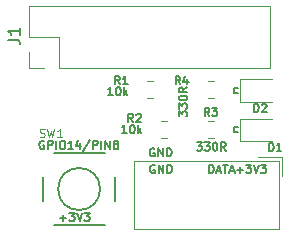
<source format=gto>
G04 #@! TF.GenerationSoftware,KiCad,Pcbnew,(5.1.4)-1*
G04 #@! TF.CreationDate,2019-09-19T01:50:37+03:00*
G04 #@! TF.ProjectId,Project_2_RPI_HAT,50726f6a-6563-4745-9f32-5f5250495f48,v1*
G04 #@! TF.SameCoordinates,Original*
G04 #@! TF.FileFunction,Legend,Top*
G04 #@! TF.FilePolarity,Positive*
%FSLAX46Y46*%
G04 Gerber Fmt 4.6, Leading zero omitted, Abs format (unit mm)*
G04 Created by KiCad (PCBNEW (5.1.4)-1) date 2019-09-19 01:50:37*
%MOMM*%
%LPD*%
G04 APERTURE LIST*
%ADD10C,0.150000*%
%ADD11C,0.120000*%
%ADD12C,0.203200*%
%ADD13C,0.100000*%
G04 APERTURE END LIST*
D10*
X45945000Y-73945000D02*
X45878333Y-73911666D01*
X45778333Y-73911666D01*
X45678333Y-73945000D01*
X45611666Y-74011666D01*
X45578333Y-74078333D01*
X45545000Y-74211666D01*
X45545000Y-74311666D01*
X45578333Y-74445000D01*
X45611666Y-74511666D01*
X45678333Y-74578333D01*
X45778333Y-74611666D01*
X45845000Y-74611666D01*
X45945000Y-74578333D01*
X45978333Y-74545000D01*
X45978333Y-74311666D01*
X45845000Y-74311666D01*
X46278333Y-74611666D02*
X46278333Y-73911666D01*
X46545000Y-73911666D01*
X46611666Y-73945000D01*
X46645000Y-73978333D01*
X46678333Y-74045000D01*
X46678333Y-74145000D01*
X46645000Y-74211666D01*
X46611666Y-74245000D01*
X46545000Y-74278333D01*
X46278333Y-74278333D01*
X46978333Y-74611666D02*
X46978333Y-73911666D01*
X47445000Y-73911666D02*
X47578333Y-73911666D01*
X47645000Y-73945000D01*
X47711666Y-74011666D01*
X47745000Y-74145000D01*
X47745000Y-74378333D01*
X47711666Y-74511666D01*
X47645000Y-74578333D01*
X47578333Y-74611666D01*
X47445000Y-74611666D01*
X47378333Y-74578333D01*
X47311666Y-74511666D01*
X47278333Y-74378333D01*
X47278333Y-74145000D01*
X47311666Y-74011666D01*
X47378333Y-73945000D01*
X47445000Y-73911666D01*
X48411666Y-74611666D02*
X48011666Y-74611666D01*
X48211666Y-74611666D02*
X48211666Y-73911666D01*
X48145000Y-74011666D01*
X48078333Y-74078333D01*
X48011666Y-74111666D01*
X49011666Y-74145000D02*
X49011666Y-74611666D01*
X48845000Y-73878333D02*
X48678333Y-74378333D01*
X49111666Y-74378333D01*
X49878333Y-73878333D02*
X49278333Y-74778333D01*
X50111666Y-74611666D02*
X50111666Y-73911666D01*
X50378333Y-73911666D01*
X50445000Y-73945000D01*
X50478333Y-73978333D01*
X50511666Y-74045000D01*
X50511666Y-74145000D01*
X50478333Y-74211666D01*
X50445000Y-74245000D01*
X50378333Y-74278333D01*
X50111666Y-74278333D01*
X50811666Y-74611666D02*
X50811666Y-73911666D01*
X51145000Y-74611666D02*
X51145000Y-73911666D01*
X51545000Y-74611666D01*
X51545000Y-73911666D01*
X51978333Y-74211666D02*
X51911666Y-74178333D01*
X51878333Y-74145000D01*
X51845000Y-74078333D01*
X51845000Y-74045000D01*
X51878333Y-73978333D01*
X51911666Y-73945000D01*
X51978333Y-73911666D01*
X52111666Y-73911666D01*
X52178333Y-73945000D01*
X52211666Y-73978333D01*
X52245000Y-74045000D01*
X52245000Y-74078333D01*
X52211666Y-74145000D01*
X52178333Y-74178333D01*
X52111666Y-74211666D01*
X51978333Y-74211666D01*
X51911666Y-74245000D01*
X51878333Y-74278333D01*
X51845000Y-74345000D01*
X51845000Y-74478333D01*
X51878333Y-74545000D01*
X51911666Y-74578333D01*
X51978333Y-74611666D01*
X52111666Y-74611666D01*
X52178333Y-74578333D01*
X52211666Y-74545000D01*
X52245000Y-74478333D01*
X52245000Y-74345000D01*
X52211666Y-74278333D01*
X52178333Y-74245000D01*
X52111666Y-74211666D01*
X47306066Y-80441000D02*
X47839400Y-80441000D01*
X47572733Y-80707666D02*
X47572733Y-80174333D01*
X48106066Y-80007666D02*
X48539400Y-80007666D01*
X48306066Y-80274333D01*
X48406066Y-80274333D01*
X48472733Y-80307666D01*
X48506066Y-80341000D01*
X48539400Y-80407666D01*
X48539400Y-80574333D01*
X48506066Y-80641000D01*
X48472733Y-80674333D01*
X48406066Y-80707666D01*
X48206066Y-80707666D01*
X48139400Y-80674333D01*
X48106066Y-80641000D01*
X48739400Y-80007666D02*
X48972733Y-80707666D01*
X49206066Y-80007666D01*
X49372733Y-80007666D02*
X49806066Y-80007666D01*
X49572733Y-80274333D01*
X49672733Y-80274333D01*
X49739400Y-80307666D01*
X49772733Y-80341000D01*
X49806066Y-80407666D01*
X49806066Y-80574333D01*
X49772733Y-80641000D01*
X49739400Y-80674333D01*
X49672733Y-80707666D01*
X49472733Y-80707666D01*
X49406066Y-80674333D01*
X49372733Y-80641000D01*
X62266666Y-76402400D02*
X62800000Y-76402400D01*
X62533333Y-76669066D02*
X62533333Y-76135733D01*
X63066666Y-75969066D02*
X63500000Y-75969066D01*
X63266666Y-76235733D01*
X63366666Y-76235733D01*
X63433333Y-76269066D01*
X63466666Y-76302400D01*
X63500000Y-76369066D01*
X63500000Y-76535733D01*
X63466666Y-76602400D01*
X63433333Y-76635733D01*
X63366666Y-76669066D01*
X63166666Y-76669066D01*
X63100000Y-76635733D01*
X63066666Y-76602400D01*
X63700000Y-75969066D02*
X63933333Y-76669066D01*
X64166666Y-75969066D01*
X64333333Y-75969066D02*
X64766666Y-75969066D01*
X64533333Y-76235733D01*
X64633333Y-76235733D01*
X64700000Y-76269066D01*
X64733333Y-76302400D01*
X64766666Y-76369066D01*
X64766666Y-76535733D01*
X64733333Y-76602400D01*
X64700000Y-76635733D01*
X64633333Y-76669066D01*
X64433333Y-76669066D01*
X64366666Y-76635733D01*
X64333333Y-76602400D01*
X59910000Y-76669066D02*
X59910000Y-75969066D01*
X60076666Y-75969066D01*
X60176666Y-76002400D01*
X60243333Y-76069066D01*
X60276666Y-76135733D01*
X60310000Y-76269066D01*
X60310000Y-76369066D01*
X60276666Y-76502400D01*
X60243333Y-76569066D01*
X60176666Y-76635733D01*
X60076666Y-76669066D01*
X59910000Y-76669066D01*
X60576666Y-76469066D02*
X60910000Y-76469066D01*
X60510000Y-76669066D02*
X60743333Y-75969066D01*
X60976666Y-76669066D01*
X61110000Y-75969066D02*
X61510000Y-75969066D01*
X61310000Y-76669066D02*
X61310000Y-75969066D01*
X61710000Y-76469066D02*
X62043333Y-76469066D01*
X61643333Y-76669066D02*
X61876666Y-75969066D01*
X62110000Y-76669066D01*
X55321266Y-76002400D02*
X55254600Y-75969066D01*
X55154600Y-75969066D01*
X55054600Y-76002400D01*
X54987933Y-76069066D01*
X54954600Y-76135733D01*
X54921266Y-76269066D01*
X54921266Y-76369066D01*
X54954600Y-76502400D01*
X54987933Y-76569066D01*
X55054600Y-76635733D01*
X55154600Y-76669066D01*
X55221266Y-76669066D01*
X55321266Y-76635733D01*
X55354600Y-76602400D01*
X55354600Y-76369066D01*
X55221266Y-76369066D01*
X55654600Y-76669066D02*
X55654600Y-75969066D01*
X56054600Y-76669066D01*
X56054600Y-75969066D01*
X56387933Y-76669066D02*
X56387933Y-75969066D01*
X56554600Y-75969066D01*
X56654600Y-76002400D01*
X56721266Y-76069066D01*
X56754600Y-76135733D01*
X56787933Y-76269066D01*
X56787933Y-76369066D01*
X56754600Y-76502400D01*
X56721266Y-76569066D01*
X56654600Y-76635733D01*
X56554600Y-76669066D01*
X56387933Y-76669066D01*
X55295866Y-74580000D02*
X55229200Y-74546666D01*
X55129200Y-74546666D01*
X55029200Y-74580000D01*
X54962533Y-74646666D01*
X54929200Y-74713333D01*
X54895866Y-74846666D01*
X54895866Y-74946666D01*
X54929200Y-75080000D01*
X54962533Y-75146666D01*
X55029200Y-75213333D01*
X55129200Y-75246666D01*
X55195866Y-75246666D01*
X55295866Y-75213333D01*
X55329200Y-75180000D01*
X55329200Y-74946666D01*
X55195866Y-74946666D01*
X55629200Y-75246666D02*
X55629200Y-74546666D01*
X56029200Y-75246666D01*
X56029200Y-74546666D01*
X56362533Y-75246666D02*
X56362533Y-74546666D01*
X56529200Y-74546666D01*
X56629200Y-74580000D01*
X56695866Y-74646666D01*
X56729200Y-74713333D01*
X56762533Y-74846666D01*
X56762533Y-74946666D01*
X56729200Y-75080000D01*
X56695866Y-75146666D01*
X56629200Y-75213333D01*
X56529200Y-75246666D01*
X56362533Y-75246666D01*
X62345866Y-73181333D02*
X62279200Y-73214666D01*
X62145866Y-73214666D01*
X62079200Y-73181333D01*
X62045866Y-73148000D01*
X62012533Y-73081333D01*
X62012533Y-72881333D01*
X62045866Y-72814666D01*
X62079200Y-72781333D01*
X62145866Y-72748000D01*
X62279200Y-72748000D01*
X62345866Y-72781333D01*
X62345866Y-69853933D02*
X62279200Y-69887266D01*
X62145866Y-69887266D01*
X62079200Y-69853933D01*
X62045866Y-69820600D01*
X62012533Y-69753933D01*
X62012533Y-69553933D01*
X62045866Y-69487266D01*
X62079200Y-69453933D01*
X62145866Y-69420600D01*
X62279200Y-69420600D01*
X62345866Y-69453933D01*
D11*
X44644000Y-67751000D02*
X44644000Y-66421000D01*
X45974000Y-67751000D02*
X44644000Y-67751000D01*
X44644000Y-65151000D02*
X44644000Y-62551000D01*
X47244000Y-65151000D02*
X44644000Y-65151000D01*
X47244000Y-67751000D02*
X47244000Y-65151000D01*
X44644000Y-62551000D02*
X65084000Y-62551000D01*
X47244000Y-67751000D02*
X65084000Y-67751000D01*
X65084000Y-67751000D02*
X65084000Y-62551000D01*
X65236600Y-72039600D02*
X62551600Y-72039600D01*
X62551600Y-72039600D02*
X62551600Y-73959600D01*
X62551600Y-73959600D02*
X65236600Y-73959600D01*
X62551600Y-70606800D02*
X65236600Y-70606800D01*
X62551600Y-68686800D02*
X62551600Y-70606800D01*
X65236600Y-68686800D02*
X62551600Y-68686800D01*
X54681622Y-70311800D02*
X55198778Y-70311800D01*
X54681622Y-68891800D02*
X55198778Y-68891800D01*
X56341778Y-72244600D02*
X55824622Y-72244600D01*
X56341778Y-73664600D02*
X55824622Y-73664600D01*
X59863222Y-73664600D02*
X60380378Y-73664600D01*
X59863222Y-72244600D02*
X60380378Y-72244600D01*
X59863222Y-68891800D02*
X60380378Y-68891800D01*
X59863222Y-70311800D02*
X60380378Y-70311800D01*
D12*
X46761400Y-81051400D02*
X51079400Y-81051400D01*
X51079400Y-74955400D02*
X46761400Y-74955400D01*
X45872400Y-78999080D02*
X45872400Y-76987400D01*
X51968400Y-79029560D02*
X51968400Y-76987400D01*
X50698400Y-78003400D02*
G75*
G03X50698400Y-78003400I-1778000J0D01*
G01*
D11*
X65820000Y-75616000D02*
X65820000Y-81356000D01*
X65820000Y-81366000D02*
X53560000Y-81366000D01*
X53560000Y-81366000D02*
X53560000Y-75606000D01*
X53560000Y-75606000D02*
X65810000Y-75606000D01*
X66100000Y-75326000D02*
X64100000Y-75326000D01*
X66100000Y-75326000D02*
X66100000Y-76936000D01*
D10*
X42886380Y-65357333D02*
X43600666Y-65357333D01*
X43743523Y-65404952D01*
X43838761Y-65500190D01*
X43886380Y-65643047D01*
X43886380Y-65738285D01*
X43886380Y-64357333D02*
X43886380Y-64928761D01*
X43886380Y-64643047D02*
X42886380Y-64643047D01*
X43029238Y-64738285D01*
X43124476Y-64833523D01*
X43172095Y-64928761D01*
X64989933Y-74814866D02*
X64989933Y-74114866D01*
X65156600Y-74114866D01*
X65256600Y-74148200D01*
X65323266Y-74214866D01*
X65356600Y-74281533D01*
X65389933Y-74414866D01*
X65389933Y-74514866D01*
X65356600Y-74648200D01*
X65323266Y-74714866D01*
X65256600Y-74781533D01*
X65156600Y-74814866D01*
X64989933Y-74814866D01*
X66056600Y-74814866D02*
X65656600Y-74814866D01*
X65856600Y-74814866D02*
X65856600Y-74114866D01*
X65789933Y-74214866D01*
X65723266Y-74281533D01*
X65656600Y-74314866D01*
X63745333Y-71487466D02*
X63745333Y-70787466D01*
X63912000Y-70787466D01*
X64012000Y-70820800D01*
X64078666Y-70887466D01*
X64112000Y-70954133D01*
X64145333Y-71087466D01*
X64145333Y-71187466D01*
X64112000Y-71320800D01*
X64078666Y-71387466D01*
X64012000Y-71454133D01*
X63912000Y-71487466D01*
X63745333Y-71487466D01*
X64412000Y-70854133D02*
X64445333Y-70820800D01*
X64512000Y-70787466D01*
X64678666Y-70787466D01*
X64745333Y-70820800D01*
X64778666Y-70854133D01*
X64812000Y-70920800D01*
X64812000Y-70987466D01*
X64778666Y-71087466D01*
X64378666Y-71487466D01*
X64812000Y-71487466D01*
X52359733Y-69150666D02*
X52126400Y-68817333D01*
X51959733Y-69150666D02*
X51959733Y-68450666D01*
X52226400Y-68450666D01*
X52293066Y-68484000D01*
X52326400Y-68517333D01*
X52359733Y-68584000D01*
X52359733Y-68684000D01*
X52326400Y-68750666D01*
X52293066Y-68784000D01*
X52226400Y-68817333D01*
X51959733Y-68817333D01*
X53026400Y-69150666D02*
X52626400Y-69150666D01*
X52826400Y-69150666D02*
X52826400Y-68450666D01*
X52759733Y-68550666D01*
X52693066Y-68617333D01*
X52626400Y-68650666D01*
X51780333Y-70065066D02*
X51380333Y-70065066D01*
X51580333Y-70065066D02*
X51580333Y-69365066D01*
X51513666Y-69465066D01*
X51447000Y-69531733D01*
X51380333Y-69565066D01*
X52213666Y-69365066D02*
X52280333Y-69365066D01*
X52347000Y-69398400D01*
X52380333Y-69431733D01*
X52413666Y-69498400D01*
X52447000Y-69631733D01*
X52447000Y-69798400D01*
X52413666Y-69931733D01*
X52380333Y-69998400D01*
X52347000Y-70031733D01*
X52280333Y-70065066D01*
X52213666Y-70065066D01*
X52147000Y-70031733D01*
X52113666Y-69998400D01*
X52080333Y-69931733D01*
X52047000Y-69798400D01*
X52047000Y-69631733D01*
X52080333Y-69498400D01*
X52113666Y-69431733D01*
X52147000Y-69398400D01*
X52213666Y-69365066D01*
X52747000Y-70065066D02*
X52747000Y-69365066D01*
X52813666Y-69798400D02*
X53013666Y-70065066D01*
X53013666Y-69598400D02*
X52747000Y-69865066D01*
X53502733Y-72351066D02*
X53269400Y-72017733D01*
X53102733Y-72351066D02*
X53102733Y-71651066D01*
X53369400Y-71651066D01*
X53436066Y-71684400D01*
X53469400Y-71717733D01*
X53502733Y-71784400D01*
X53502733Y-71884400D01*
X53469400Y-71951066D01*
X53436066Y-71984400D01*
X53369400Y-72017733D01*
X53102733Y-72017733D01*
X53769400Y-71717733D02*
X53802733Y-71684400D01*
X53869400Y-71651066D01*
X54036066Y-71651066D01*
X54102733Y-71684400D01*
X54136066Y-71717733D01*
X54169400Y-71784400D01*
X54169400Y-71851066D01*
X54136066Y-71951066D01*
X53736066Y-72351066D01*
X54169400Y-72351066D01*
X52948733Y-73290866D02*
X52548733Y-73290866D01*
X52748733Y-73290866D02*
X52748733Y-72590866D01*
X52682066Y-72690866D01*
X52615400Y-72757533D01*
X52548733Y-72790866D01*
X53382066Y-72590866D02*
X53448733Y-72590866D01*
X53515400Y-72624200D01*
X53548733Y-72657533D01*
X53582066Y-72724200D01*
X53615400Y-72857533D01*
X53615400Y-73024200D01*
X53582066Y-73157533D01*
X53548733Y-73224200D01*
X53515400Y-73257533D01*
X53448733Y-73290866D01*
X53382066Y-73290866D01*
X53315400Y-73257533D01*
X53282066Y-73224200D01*
X53248733Y-73157533D01*
X53215400Y-73024200D01*
X53215400Y-72857533D01*
X53248733Y-72724200D01*
X53282066Y-72657533D01*
X53315400Y-72624200D01*
X53382066Y-72590866D01*
X53915400Y-73290866D02*
X53915400Y-72590866D01*
X53982066Y-73024200D02*
X54182066Y-73290866D01*
X54182066Y-72824200D02*
X53915400Y-73090866D01*
X59954333Y-71843066D02*
X59721000Y-71509733D01*
X59554333Y-71843066D02*
X59554333Y-71143066D01*
X59821000Y-71143066D01*
X59887666Y-71176400D01*
X59921000Y-71209733D01*
X59954333Y-71276400D01*
X59954333Y-71376400D01*
X59921000Y-71443066D01*
X59887666Y-71476400D01*
X59821000Y-71509733D01*
X59554333Y-71509733D01*
X60187666Y-71143066D02*
X60621000Y-71143066D01*
X60387666Y-71409733D01*
X60487666Y-71409733D01*
X60554333Y-71443066D01*
X60587666Y-71476400D01*
X60621000Y-71543066D01*
X60621000Y-71709733D01*
X60587666Y-71776400D01*
X60554333Y-71809733D01*
X60487666Y-71843066D01*
X60287666Y-71843066D01*
X60221000Y-71809733D01*
X60187666Y-71776400D01*
X58871800Y-74064066D02*
X59305133Y-74064066D01*
X59071800Y-74330733D01*
X59171800Y-74330733D01*
X59238466Y-74364066D01*
X59271800Y-74397400D01*
X59305133Y-74464066D01*
X59305133Y-74630733D01*
X59271800Y-74697400D01*
X59238466Y-74730733D01*
X59171800Y-74764066D01*
X58971800Y-74764066D01*
X58905133Y-74730733D01*
X58871800Y-74697400D01*
X59538466Y-74064066D02*
X59971800Y-74064066D01*
X59738466Y-74330733D01*
X59838466Y-74330733D01*
X59905133Y-74364066D01*
X59938466Y-74397400D01*
X59971800Y-74464066D01*
X59971800Y-74630733D01*
X59938466Y-74697400D01*
X59905133Y-74730733D01*
X59838466Y-74764066D01*
X59638466Y-74764066D01*
X59571800Y-74730733D01*
X59538466Y-74697400D01*
X60405133Y-74064066D02*
X60471800Y-74064066D01*
X60538466Y-74097400D01*
X60571800Y-74130733D01*
X60605133Y-74197400D01*
X60638466Y-74330733D01*
X60638466Y-74497400D01*
X60605133Y-74630733D01*
X60571800Y-74697400D01*
X60538466Y-74730733D01*
X60471800Y-74764066D01*
X60405133Y-74764066D01*
X60338466Y-74730733D01*
X60305133Y-74697400D01*
X60271800Y-74630733D01*
X60238466Y-74497400D01*
X60238466Y-74330733D01*
X60271800Y-74197400D01*
X60305133Y-74130733D01*
X60338466Y-74097400D01*
X60405133Y-74064066D01*
X61338466Y-74764066D02*
X61105133Y-74430733D01*
X60938466Y-74764066D02*
X60938466Y-74064066D01*
X61205133Y-74064066D01*
X61271800Y-74097400D01*
X61305133Y-74130733D01*
X61338466Y-74197400D01*
X61338466Y-74297400D01*
X61305133Y-74364066D01*
X61271800Y-74397400D01*
X61205133Y-74430733D01*
X60938466Y-74430733D01*
X57490533Y-69150666D02*
X57257200Y-68817333D01*
X57090533Y-69150666D02*
X57090533Y-68450666D01*
X57357200Y-68450666D01*
X57423866Y-68484000D01*
X57457200Y-68517333D01*
X57490533Y-68584000D01*
X57490533Y-68684000D01*
X57457200Y-68750666D01*
X57423866Y-68784000D01*
X57357200Y-68817333D01*
X57090533Y-68817333D01*
X58090533Y-68684000D02*
X58090533Y-69150666D01*
X57923866Y-68417333D02*
X57757200Y-68917333D01*
X58190533Y-68917333D01*
X57376266Y-71862000D02*
X57376266Y-71428666D01*
X57642933Y-71662000D01*
X57642933Y-71562000D01*
X57676266Y-71495333D01*
X57709600Y-71462000D01*
X57776266Y-71428666D01*
X57942933Y-71428666D01*
X58009600Y-71462000D01*
X58042933Y-71495333D01*
X58076266Y-71562000D01*
X58076266Y-71762000D01*
X58042933Y-71828666D01*
X58009600Y-71862000D01*
X57376266Y-71195333D02*
X57376266Y-70762000D01*
X57642933Y-70995333D01*
X57642933Y-70895333D01*
X57676266Y-70828666D01*
X57709600Y-70795333D01*
X57776266Y-70762000D01*
X57942933Y-70762000D01*
X58009600Y-70795333D01*
X58042933Y-70828666D01*
X58076266Y-70895333D01*
X58076266Y-71095333D01*
X58042933Y-71162000D01*
X58009600Y-71195333D01*
X57376266Y-70328666D02*
X57376266Y-70262000D01*
X57409600Y-70195333D01*
X57442933Y-70162000D01*
X57509600Y-70128666D01*
X57642933Y-70095333D01*
X57809600Y-70095333D01*
X57942933Y-70128666D01*
X58009600Y-70162000D01*
X58042933Y-70195333D01*
X58076266Y-70262000D01*
X58076266Y-70328666D01*
X58042933Y-70395333D01*
X58009600Y-70428666D01*
X57942933Y-70462000D01*
X57809600Y-70495333D01*
X57642933Y-70495333D01*
X57509600Y-70462000D01*
X57442933Y-70428666D01*
X57409600Y-70395333D01*
X57376266Y-70328666D01*
X58076266Y-69395333D02*
X57742933Y-69628666D01*
X58076266Y-69795333D02*
X57376266Y-69795333D01*
X57376266Y-69528666D01*
X57409600Y-69462000D01*
X57442933Y-69428666D01*
X57509600Y-69395333D01*
X57609600Y-69395333D01*
X57676266Y-69428666D01*
X57709600Y-69462000D01*
X57742933Y-69528666D01*
X57742933Y-69795333D01*
D13*
X45599466Y-73562333D02*
X45699466Y-73595666D01*
X45866133Y-73595666D01*
X45932800Y-73562333D01*
X45966133Y-73529000D01*
X45999466Y-73462333D01*
X45999466Y-73395666D01*
X45966133Y-73329000D01*
X45932800Y-73295666D01*
X45866133Y-73262333D01*
X45732800Y-73229000D01*
X45666133Y-73195666D01*
X45632800Y-73162333D01*
X45599466Y-73095666D01*
X45599466Y-73029000D01*
X45632800Y-72962333D01*
X45666133Y-72929000D01*
X45732800Y-72895666D01*
X45899466Y-72895666D01*
X45999466Y-72929000D01*
X46232800Y-72895666D02*
X46399466Y-73595666D01*
X46532800Y-73095666D01*
X46666133Y-73595666D01*
X46832800Y-72895666D01*
X47466133Y-73595666D02*
X47066133Y-73595666D01*
X47266133Y-73595666D02*
X47266133Y-72895666D01*
X47199466Y-72995666D01*
X47132800Y-73062333D01*
X47066133Y-73095666D01*
M02*

</source>
